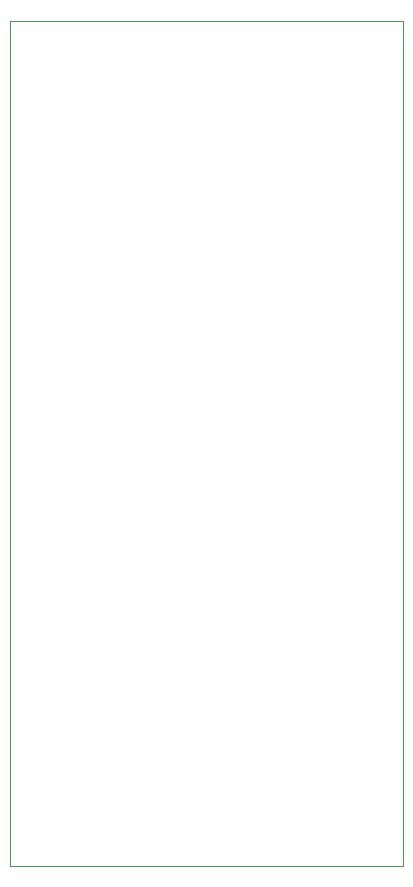
<source format=gm1>
%TF.GenerationSoftware,KiCad,Pcbnew,9.0.0*%
%TF.CreationDate,2025-12-11T14:08:25+01:00*%
%TF.ProjectId,rfidReader,72666964-5265-4616-9465-722e6b696361,rev?*%
%TF.SameCoordinates,Original*%
%TF.FileFunction,Profile,NP*%
%FSLAX46Y46*%
G04 Gerber Fmt 4.6, Leading zero omitted, Abs format (unit mm)*
G04 Created by KiCad (PCBNEW 9.0.0) date 2025-12-11 14:08:25*
%MOMM*%
%LPD*%
G01*
G04 APERTURE LIST*
%TA.AperFunction,Profile*%
%ADD10C,0.050000*%
%TD*%
G04 APERTURE END LIST*
D10*
X199250000Y-89400000D02*
X232500000Y-89400000D01*
X232500000Y-160900000D01*
X199250000Y-160900000D01*
X199250000Y-89400000D01*
M02*

</source>
